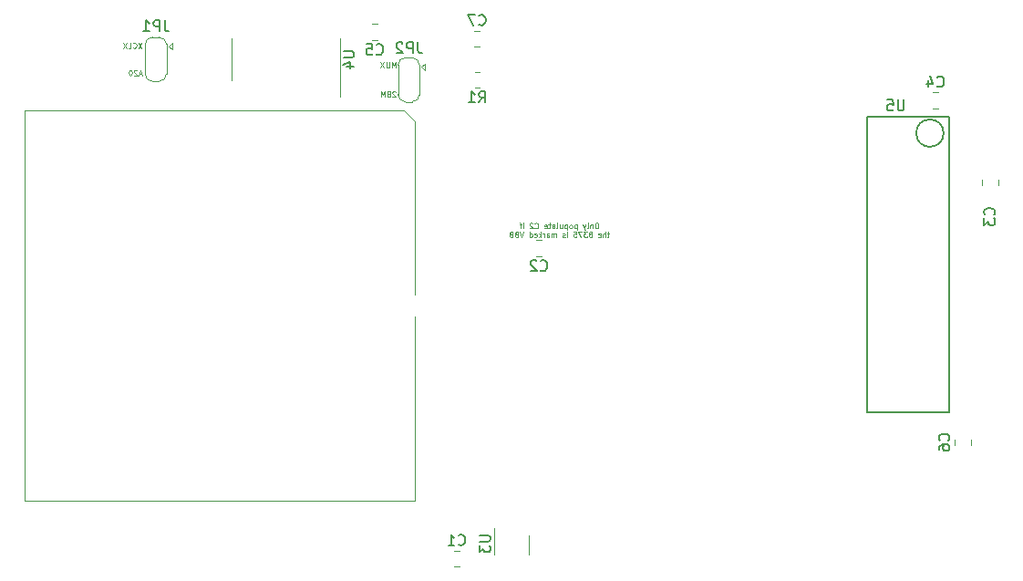
<source format=gbr>
G04 #@! TF.GenerationSoftware,KiCad,Pcbnew,5.99.0-1.20210607git4c293e0.fc34*
G04 #@! TF.CreationDate,2021-06-10T07:48:19+01:00*
G04 #@! TF.ProjectId,A500-2Meg,41353030-2d32-44d6-9567-2e6b69636164,rev?*
G04 #@! TF.SameCoordinates,Original*
G04 #@! TF.FileFunction,Legend,Bot*
G04 #@! TF.FilePolarity,Positive*
%FSLAX46Y46*%
G04 Gerber Fmt 4.6, Leading zero omitted, Abs format (unit mm)*
G04 Created by KiCad (PCBNEW 5.99.0-1.20210607git4c293e0.fc34) date 2021-06-10 07:48:19*
%MOMM*%
%LPD*%
G01*
G04 APERTURE LIST*
%ADD10C,0.100000*%
%ADD11C,0.150000*%
%ADD12C,0.120000*%
G04 APERTURE END LIST*
D10*
X147045714Y-44408690D02*
X146950476Y-44408690D01*
X146902857Y-44432500D01*
X146855238Y-44480119D01*
X146831428Y-44575357D01*
X146831428Y-44742023D01*
X146855238Y-44837261D01*
X146902857Y-44884880D01*
X146950476Y-44908690D01*
X147045714Y-44908690D01*
X147093333Y-44884880D01*
X147140952Y-44837261D01*
X147164761Y-44742023D01*
X147164761Y-44575357D01*
X147140952Y-44480119D01*
X147093333Y-44432500D01*
X147045714Y-44408690D01*
X146617142Y-44575357D02*
X146617142Y-44908690D01*
X146617142Y-44622976D02*
X146593333Y-44599166D01*
X146545714Y-44575357D01*
X146474285Y-44575357D01*
X146426666Y-44599166D01*
X146402857Y-44646785D01*
X146402857Y-44908690D01*
X146093333Y-44908690D02*
X146140952Y-44884880D01*
X146164761Y-44837261D01*
X146164761Y-44408690D01*
X145950476Y-44575357D02*
X145831428Y-44908690D01*
X145712380Y-44575357D02*
X145831428Y-44908690D01*
X145879047Y-45027738D01*
X145902857Y-45051547D01*
X145950476Y-45075357D01*
X145140952Y-44575357D02*
X145140952Y-45075357D01*
X145140952Y-44599166D02*
X145093333Y-44575357D01*
X144998095Y-44575357D01*
X144950476Y-44599166D01*
X144926666Y-44622976D01*
X144902857Y-44670595D01*
X144902857Y-44813452D01*
X144926666Y-44861071D01*
X144950476Y-44884880D01*
X144998095Y-44908690D01*
X145093333Y-44908690D01*
X145140952Y-44884880D01*
X144617142Y-44908690D02*
X144664761Y-44884880D01*
X144688571Y-44861071D01*
X144712380Y-44813452D01*
X144712380Y-44670595D01*
X144688571Y-44622976D01*
X144664761Y-44599166D01*
X144617142Y-44575357D01*
X144545714Y-44575357D01*
X144498095Y-44599166D01*
X144474285Y-44622976D01*
X144450476Y-44670595D01*
X144450476Y-44813452D01*
X144474285Y-44861071D01*
X144498095Y-44884880D01*
X144545714Y-44908690D01*
X144617142Y-44908690D01*
X144236190Y-44575357D02*
X144236190Y-45075357D01*
X144236190Y-44599166D02*
X144188571Y-44575357D01*
X144093333Y-44575357D01*
X144045714Y-44599166D01*
X144021904Y-44622976D01*
X143998095Y-44670595D01*
X143998095Y-44813452D01*
X144021904Y-44861071D01*
X144045714Y-44884880D01*
X144093333Y-44908690D01*
X144188571Y-44908690D01*
X144236190Y-44884880D01*
X143569523Y-44575357D02*
X143569523Y-44908690D01*
X143783809Y-44575357D02*
X143783809Y-44837261D01*
X143760000Y-44884880D01*
X143712380Y-44908690D01*
X143640952Y-44908690D01*
X143593333Y-44884880D01*
X143569523Y-44861071D01*
X143260000Y-44908690D02*
X143307619Y-44884880D01*
X143331428Y-44837261D01*
X143331428Y-44408690D01*
X142855238Y-44908690D02*
X142855238Y-44646785D01*
X142879047Y-44599166D01*
X142926666Y-44575357D01*
X143021904Y-44575357D01*
X143069523Y-44599166D01*
X142855238Y-44884880D02*
X142902857Y-44908690D01*
X143021904Y-44908690D01*
X143069523Y-44884880D01*
X143093333Y-44837261D01*
X143093333Y-44789642D01*
X143069523Y-44742023D01*
X143021904Y-44718214D01*
X142902857Y-44718214D01*
X142855238Y-44694404D01*
X142688571Y-44575357D02*
X142498095Y-44575357D01*
X142617142Y-44408690D02*
X142617142Y-44837261D01*
X142593333Y-44884880D01*
X142545714Y-44908690D01*
X142498095Y-44908690D01*
X142140952Y-44884880D02*
X142188571Y-44908690D01*
X142283809Y-44908690D01*
X142331428Y-44884880D01*
X142355238Y-44837261D01*
X142355238Y-44646785D01*
X142331428Y-44599166D01*
X142283809Y-44575357D01*
X142188571Y-44575357D01*
X142140952Y-44599166D01*
X142117142Y-44646785D01*
X142117142Y-44694404D01*
X142355238Y-44742023D01*
X141236190Y-44861071D02*
X141260000Y-44884880D01*
X141331428Y-44908690D01*
X141379047Y-44908690D01*
X141450476Y-44884880D01*
X141498095Y-44837261D01*
X141521904Y-44789642D01*
X141545714Y-44694404D01*
X141545714Y-44622976D01*
X141521904Y-44527738D01*
X141498095Y-44480119D01*
X141450476Y-44432500D01*
X141379047Y-44408690D01*
X141331428Y-44408690D01*
X141260000Y-44432500D01*
X141236190Y-44456309D01*
X141045714Y-44456309D02*
X141021904Y-44432500D01*
X140974285Y-44408690D01*
X140855238Y-44408690D01*
X140807619Y-44432500D01*
X140783809Y-44456309D01*
X140760000Y-44503928D01*
X140760000Y-44551547D01*
X140783809Y-44622976D01*
X141069523Y-44908690D01*
X140760000Y-44908690D01*
X140164761Y-44908690D02*
X140164761Y-44575357D01*
X140164761Y-44408690D02*
X140188571Y-44432500D01*
X140164761Y-44456309D01*
X140140952Y-44432500D01*
X140164761Y-44408690D01*
X140164761Y-44456309D01*
X139998095Y-44575357D02*
X139807619Y-44575357D01*
X139926666Y-44908690D02*
X139926666Y-44480119D01*
X139902857Y-44432500D01*
X139855238Y-44408690D01*
X139807619Y-44408690D01*
X148152857Y-45380357D02*
X147962380Y-45380357D01*
X148081428Y-45213690D02*
X148081428Y-45642261D01*
X148057619Y-45689880D01*
X148010000Y-45713690D01*
X147962380Y-45713690D01*
X147795714Y-45713690D02*
X147795714Y-45213690D01*
X147581428Y-45713690D02*
X147581428Y-45451785D01*
X147605238Y-45404166D01*
X147652857Y-45380357D01*
X147724285Y-45380357D01*
X147771904Y-45404166D01*
X147795714Y-45427976D01*
X147152857Y-45689880D02*
X147200476Y-45713690D01*
X147295714Y-45713690D01*
X147343333Y-45689880D01*
X147367142Y-45642261D01*
X147367142Y-45451785D01*
X147343333Y-45404166D01*
X147295714Y-45380357D01*
X147200476Y-45380357D01*
X147152857Y-45404166D01*
X147129047Y-45451785D01*
X147129047Y-45499404D01*
X147367142Y-45547023D01*
X146462380Y-45427976D02*
X146510000Y-45404166D01*
X146533809Y-45380357D01*
X146557619Y-45332738D01*
X146557619Y-45308928D01*
X146533809Y-45261309D01*
X146510000Y-45237500D01*
X146462380Y-45213690D01*
X146367142Y-45213690D01*
X146319523Y-45237500D01*
X146295714Y-45261309D01*
X146271904Y-45308928D01*
X146271904Y-45332738D01*
X146295714Y-45380357D01*
X146319523Y-45404166D01*
X146367142Y-45427976D01*
X146462380Y-45427976D01*
X146510000Y-45451785D01*
X146533809Y-45475595D01*
X146557619Y-45523214D01*
X146557619Y-45618452D01*
X146533809Y-45666071D01*
X146510000Y-45689880D01*
X146462380Y-45713690D01*
X146367142Y-45713690D01*
X146319523Y-45689880D01*
X146295714Y-45666071D01*
X146271904Y-45618452D01*
X146271904Y-45523214D01*
X146295714Y-45475595D01*
X146319523Y-45451785D01*
X146367142Y-45427976D01*
X146105238Y-45213690D02*
X145795714Y-45213690D01*
X145962380Y-45404166D01*
X145890952Y-45404166D01*
X145843333Y-45427976D01*
X145819523Y-45451785D01*
X145795714Y-45499404D01*
X145795714Y-45618452D01*
X145819523Y-45666071D01*
X145843333Y-45689880D01*
X145890952Y-45713690D01*
X146033809Y-45713690D01*
X146081428Y-45689880D01*
X146105238Y-45666071D01*
X145629047Y-45213690D02*
X145295714Y-45213690D01*
X145510000Y-45713690D01*
X144867142Y-45213690D02*
X145105238Y-45213690D01*
X145129047Y-45451785D01*
X145105238Y-45427976D01*
X145057619Y-45404166D01*
X144938571Y-45404166D01*
X144890952Y-45427976D01*
X144867142Y-45451785D01*
X144843333Y-45499404D01*
X144843333Y-45618452D01*
X144867142Y-45666071D01*
X144890952Y-45689880D01*
X144938571Y-45713690D01*
X145057619Y-45713690D01*
X145105238Y-45689880D01*
X145129047Y-45666071D01*
X144248095Y-45713690D02*
X144248095Y-45380357D01*
X144248095Y-45213690D02*
X144271904Y-45237500D01*
X144248095Y-45261309D01*
X144224285Y-45237500D01*
X144248095Y-45213690D01*
X144248095Y-45261309D01*
X144033809Y-45689880D02*
X143986190Y-45713690D01*
X143890952Y-45713690D01*
X143843333Y-45689880D01*
X143819523Y-45642261D01*
X143819523Y-45618452D01*
X143843333Y-45570833D01*
X143890952Y-45547023D01*
X143962380Y-45547023D01*
X144010000Y-45523214D01*
X144033809Y-45475595D01*
X144033809Y-45451785D01*
X144010000Y-45404166D01*
X143962380Y-45380357D01*
X143890952Y-45380357D01*
X143843333Y-45404166D01*
X143224285Y-45713690D02*
X143224285Y-45380357D01*
X143224285Y-45427976D02*
X143200476Y-45404166D01*
X143152857Y-45380357D01*
X143081428Y-45380357D01*
X143033809Y-45404166D01*
X143010000Y-45451785D01*
X143010000Y-45713690D01*
X143010000Y-45451785D02*
X142986190Y-45404166D01*
X142938571Y-45380357D01*
X142867142Y-45380357D01*
X142819523Y-45404166D01*
X142795714Y-45451785D01*
X142795714Y-45713690D01*
X142343333Y-45713690D02*
X142343333Y-45451785D01*
X142367142Y-45404166D01*
X142414761Y-45380357D01*
X142510000Y-45380357D01*
X142557619Y-45404166D01*
X142343333Y-45689880D02*
X142390952Y-45713690D01*
X142510000Y-45713690D01*
X142557619Y-45689880D01*
X142581428Y-45642261D01*
X142581428Y-45594642D01*
X142557619Y-45547023D01*
X142510000Y-45523214D01*
X142390952Y-45523214D01*
X142343333Y-45499404D01*
X142105238Y-45713690D02*
X142105238Y-45380357D01*
X142105238Y-45475595D02*
X142081428Y-45427976D01*
X142057619Y-45404166D01*
X142010000Y-45380357D01*
X141962380Y-45380357D01*
X141795714Y-45713690D02*
X141795714Y-45213690D01*
X141748095Y-45523214D02*
X141605238Y-45713690D01*
X141605238Y-45380357D02*
X141795714Y-45570833D01*
X141200476Y-45689880D02*
X141248095Y-45713690D01*
X141343333Y-45713690D01*
X141390952Y-45689880D01*
X141414761Y-45642261D01*
X141414761Y-45451785D01*
X141390952Y-45404166D01*
X141343333Y-45380357D01*
X141248095Y-45380357D01*
X141200476Y-45404166D01*
X141176666Y-45451785D01*
X141176666Y-45499404D01*
X141414761Y-45547023D01*
X140748095Y-45713690D02*
X140748095Y-45213690D01*
X140748095Y-45689880D02*
X140795714Y-45713690D01*
X140890952Y-45713690D01*
X140938571Y-45689880D01*
X140962380Y-45666071D01*
X140986190Y-45618452D01*
X140986190Y-45475595D01*
X140962380Y-45427976D01*
X140938571Y-45404166D01*
X140890952Y-45380357D01*
X140795714Y-45380357D01*
X140748095Y-45404166D01*
X140200476Y-45213690D02*
X140033809Y-45713690D01*
X139867142Y-45213690D01*
X139533809Y-45451785D02*
X139462380Y-45475595D01*
X139438571Y-45499404D01*
X139414761Y-45547023D01*
X139414761Y-45618452D01*
X139438571Y-45666071D01*
X139462380Y-45689880D01*
X139510000Y-45713690D01*
X139700476Y-45713690D01*
X139700476Y-45213690D01*
X139533809Y-45213690D01*
X139486190Y-45237500D01*
X139462380Y-45261309D01*
X139438571Y-45308928D01*
X139438571Y-45356547D01*
X139462380Y-45404166D01*
X139486190Y-45427976D01*
X139533809Y-45451785D01*
X139700476Y-45451785D01*
X139033809Y-45451785D02*
X138962380Y-45475595D01*
X138938571Y-45499404D01*
X138914761Y-45547023D01*
X138914761Y-45618452D01*
X138938571Y-45666071D01*
X138962380Y-45689880D01*
X139010000Y-45713690D01*
X139200476Y-45713690D01*
X139200476Y-45213690D01*
X139033809Y-45213690D01*
X138986190Y-45237500D01*
X138962380Y-45261309D01*
X138938571Y-45308928D01*
X138938571Y-45356547D01*
X138962380Y-45404166D01*
X138986190Y-45427976D01*
X139033809Y-45451785D01*
X139200476Y-45451785D01*
X104735238Y-30563333D02*
X104497142Y-30563333D01*
X104782857Y-30706190D02*
X104616190Y-30206190D01*
X104449523Y-30706190D01*
X104306666Y-30253809D02*
X104282857Y-30230000D01*
X104235238Y-30206190D01*
X104116190Y-30206190D01*
X104068571Y-30230000D01*
X104044761Y-30253809D01*
X104020952Y-30301428D01*
X104020952Y-30349047D01*
X104044761Y-30420476D01*
X104330476Y-30706190D01*
X104020952Y-30706190D01*
X103711428Y-30206190D02*
X103663809Y-30206190D01*
X103616190Y-30230000D01*
X103592380Y-30253809D01*
X103568571Y-30301428D01*
X103544761Y-30396666D01*
X103544761Y-30515714D01*
X103568571Y-30610952D01*
X103592380Y-30658571D01*
X103616190Y-30682380D01*
X103663809Y-30706190D01*
X103711428Y-30706190D01*
X103759047Y-30682380D01*
X103782857Y-30658571D01*
X103806666Y-30610952D01*
X103830476Y-30515714D01*
X103830476Y-30396666D01*
X103806666Y-30301428D01*
X103782857Y-30253809D01*
X103759047Y-30230000D01*
X103711428Y-30206190D01*
X128301666Y-32238809D02*
X128277857Y-32215000D01*
X128230238Y-32191190D01*
X128111190Y-32191190D01*
X128063571Y-32215000D01*
X128039761Y-32238809D01*
X128015952Y-32286428D01*
X128015952Y-32334047D01*
X128039761Y-32405476D01*
X128325476Y-32691190D01*
X128015952Y-32691190D01*
X127730238Y-32405476D02*
X127777857Y-32381666D01*
X127801666Y-32357857D01*
X127825476Y-32310238D01*
X127825476Y-32286428D01*
X127801666Y-32238809D01*
X127777857Y-32215000D01*
X127730238Y-32191190D01*
X127635000Y-32191190D01*
X127587380Y-32215000D01*
X127563571Y-32238809D01*
X127539761Y-32286428D01*
X127539761Y-32310238D01*
X127563571Y-32357857D01*
X127587380Y-32381666D01*
X127635000Y-32405476D01*
X127730238Y-32405476D01*
X127777857Y-32429285D01*
X127801666Y-32453095D01*
X127825476Y-32500714D01*
X127825476Y-32595952D01*
X127801666Y-32643571D01*
X127777857Y-32667380D01*
X127730238Y-32691190D01*
X127635000Y-32691190D01*
X127587380Y-32667380D01*
X127563571Y-32643571D01*
X127539761Y-32595952D01*
X127539761Y-32500714D01*
X127563571Y-32453095D01*
X127587380Y-32429285D01*
X127635000Y-32405476D01*
X127325476Y-32691190D02*
X127325476Y-32191190D01*
X127158809Y-32548333D01*
X126992142Y-32191190D01*
X126992142Y-32691190D01*
X104743142Y-27666190D02*
X104409809Y-28166190D01*
X104409809Y-27666190D02*
X104743142Y-28166190D01*
X103933619Y-28118571D02*
X103957428Y-28142380D01*
X104028857Y-28166190D01*
X104076476Y-28166190D01*
X104147904Y-28142380D01*
X104195523Y-28094761D01*
X104219333Y-28047142D01*
X104243142Y-27951904D01*
X104243142Y-27880476D01*
X104219333Y-27785238D01*
X104195523Y-27737619D01*
X104147904Y-27690000D01*
X104076476Y-27666190D01*
X104028857Y-27666190D01*
X103957428Y-27690000D01*
X103933619Y-27713809D01*
X103481238Y-28166190D02*
X103719333Y-28166190D01*
X103719333Y-27666190D01*
X103362190Y-27666190D02*
X103028857Y-28166190D01*
X103028857Y-27666190D02*
X103362190Y-28166190D01*
X128301666Y-29991190D02*
X128301666Y-29491190D01*
X128135000Y-29848333D01*
X127968333Y-29491190D01*
X127968333Y-29991190D01*
X127730238Y-29491190D02*
X127730238Y-29895952D01*
X127706428Y-29943571D01*
X127682619Y-29967380D01*
X127635000Y-29991190D01*
X127539761Y-29991190D01*
X127492142Y-29967380D01*
X127468333Y-29943571D01*
X127444523Y-29895952D01*
X127444523Y-29491190D01*
X127254047Y-29491190D02*
X126920714Y-29991190D01*
X126920714Y-29491190D02*
X127254047Y-29991190D01*
D11*
G04 #@! TO.C,C6*
X179652142Y-64603333D02*
X179699761Y-64555714D01*
X179747380Y-64412857D01*
X179747380Y-64317619D01*
X179699761Y-64174761D01*
X179604523Y-64079523D01*
X179509285Y-64031904D01*
X179318809Y-63984285D01*
X179175952Y-63984285D01*
X178985476Y-64031904D01*
X178890238Y-64079523D01*
X178795000Y-64174761D01*
X178747380Y-64317619D01*
X178747380Y-64412857D01*
X178795000Y-64555714D01*
X178842619Y-64603333D01*
X178747380Y-65460476D02*
X178747380Y-65270000D01*
X178795000Y-65174761D01*
X178842619Y-65127142D01*
X178985476Y-65031904D01*
X179175952Y-64984285D01*
X179556904Y-64984285D01*
X179652142Y-65031904D01*
X179699761Y-65079523D01*
X179747380Y-65174761D01*
X179747380Y-65365238D01*
X179699761Y-65460476D01*
X179652142Y-65508095D01*
X179556904Y-65555714D01*
X179318809Y-65555714D01*
X179223571Y-65508095D01*
X179175952Y-65460476D01*
X179128333Y-65365238D01*
X179128333Y-65174761D01*
X179175952Y-65079523D01*
X179223571Y-65031904D01*
X179318809Y-64984285D01*
G04 #@! TO.C,C5*
X126531666Y-28707142D02*
X126579285Y-28754761D01*
X126722142Y-28802380D01*
X126817380Y-28802380D01*
X126960238Y-28754761D01*
X127055476Y-28659523D01*
X127103095Y-28564285D01*
X127150714Y-28373809D01*
X127150714Y-28230952D01*
X127103095Y-28040476D01*
X127055476Y-27945238D01*
X126960238Y-27850000D01*
X126817380Y-27802380D01*
X126722142Y-27802380D01*
X126579285Y-27850000D01*
X126531666Y-27897619D01*
X125626904Y-27802380D02*
X126103095Y-27802380D01*
X126150714Y-28278571D01*
X126103095Y-28230952D01*
X126007857Y-28183333D01*
X125769761Y-28183333D01*
X125674523Y-28230952D01*
X125626904Y-28278571D01*
X125579285Y-28373809D01*
X125579285Y-28611904D01*
X125626904Y-28707142D01*
X125674523Y-28754761D01*
X125769761Y-28802380D01*
X126007857Y-28802380D01*
X126103095Y-28754761D01*
X126150714Y-28707142D01*
G04 #@! TO.C,C1*
X134151666Y-74242142D02*
X134199285Y-74289761D01*
X134342142Y-74337380D01*
X134437380Y-74337380D01*
X134580238Y-74289761D01*
X134675476Y-74194523D01*
X134723095Y-74099285D01*
X134770714Y-73908809D01*
X134770714Y-73765952D01*
X134723095Y-73575476D01*
X134675476Y-73480238D01*
X134580238Y-73385000D01*
X134437380Y-73337380D01*
X134342142Y-73337380D01*
X134199285Y-73385000D01*
X134151666Y-73432619D01*
X133199285Y-74337380D02*
X133770714Y-74337380D01*
X133485000Y-74337380D02*
X133485000Y-73337380D01*
X133580238Y-73480238D01*
X133675476Y-73575476D01*
X133770714Y-73623095D01*
G04 #@! TO.C,JP2*
X130373333Y-27646380D02*
X130373333Y-28360666D01*
X130420952Y-28503523D01*
X130516190Y-28598761D01*
X130659047Y-28646380D01*
X130754285Y-28646380D01*
X129897142Y-28646380D02*
X129897142Y-27646380D01*
X129516190Y-27646380D01*
X129420952Y-27694000D01*
X129373333Y-27741619D01*
X129325714Y-27836857D01*
X129325714Y-27979714D01*
X129373333Y-28074952D01*
X129420952Y-28122571D01*
X129516190Y-28170190D01*
X129897142Y-28170190D01*
X128944761Y-27741619D02*
X128897142Y-27694000D01*
X128801904Y-27646380D01*
X128563809Y-27646380D01*
X128468571Y-27694000D01*
X128420952Y-27741619D01*
X128373333Y-27836857D01*
X128373333Y-27932095D01*
X128420952Y-28074952D01*
X128992380Y-28646380D01*
X128373333Y-28646380D01*
G04 #@! TO.C,U4*
X123462380Y-28448095D02*
X124271904Y-28448095D01*
X124367142Y-28495714D01*
X124414761Y-28543333D01*
X124462380Y-28638571D01*
X124462380Y-28829047D01*
X124414761Y-28924285D01*
X124367142Y-28971904D01*
X124271904Y-29019523D01*
X123462380Y-29019523D01*
X123795714Y-29924285D02*
X124462380Y-29924285D01*
X123414761Y-29686190D02*
X124129047Y-29448095D01*
X124129047Y-30067142D01*
G04 #@! TO.C,JP1*
X106878333Y-25614380D02*
X106878333Y-26328666D01*
X106925952Y-26471523D01*
X107021190Y-26566761D01*
X107164047Y-26614380D01*
X107259285Y-26614380D01*
X106402142Y-26614380D02*
X106402142Y-25614380D01*
X106021190Y-25614380D01*
X105925952Y-25662000D01*
X105878333Y-25709619D01*
X105830714Y-25804857D01*
X105830714Y-25947714D01*
X105878333Y-26042952D01*
X105925952Y-26090571D01*
X106021190Y-26138190D01*
X106402142Y-26138190D01*
X104878333Y-26614380D02*
X105449761Y-26614380D01*
X105164047Y-26614380D02*
X105164047Y-25614380D01*
X105259285Y-25757238D01*
X105354523Y-25852476D01*
X105449761Y-25900095D01*
G04 #@! TO.C,U5*
X175513904Y-32980380D02*
X175513904Y-33789904D01*
X175466285Y-33885142D01*
X175418666Y-33932761D01*
X175323428Y-33980380D01*
X175132952Y-33980380D01*
X175037714Y-33932761D01*
X174990095Y-33885142D01*
X174942476Y-33789904D01*
X174942476Y-32980380D01*
X173990095Y-32980380D02*
X174466285Y-32980380D01*
X174513904Y-33456571D01*
X174466285Y-33408952D01*
X174371047Y-33361333D01*
X174132952Y-33361333D01*
X174037714Y-33408952D01*
X173990095Y-33456571D01*
X173942476Y-33551809D01*
X173942476Y-33789904D01*
X173990095Y-33885142D01*
X174037714Y-33932761D01*
X174132952Y-33980380D01*
X174371047Y-33980380D01*
X174466285Y-33932761D01*
X174513904Y-33885142D01*
G04 #@! TO.C,C3*
X183872142Y-43648333D02*
X183919761Y-43600714D01*
X183967380Y-43457857D01*
X183967380Y-43362619D01*
X183919761Y-43219761D01*
X183824523Y-43124523D01*
X183729285Y-43076904D01*
X183538809Y-43029285D01*
X183395952Y-43029285D01*
X183205476Y-43076904D01*
X183110238Y-43124523D01*
X183015000Y-43219761D01*
X182967380Y-43362619D01*
X182967380Y-43457857D01*
X183015000Y-43600714D01*
X183062619Y-43648333D01*
X182967380Y-43981666D02*
X182967380Y-44600714D01*
X183348333Y-44267380D01*
X183348333Y-44410238D01*
X183395952Y-44505476D01*
X183443571Y-44553095D01*
X183538809Y-44600714D01*
X183776904Y-44600714D01*
X183872142Y-44553095D01*
X183919761Y-44505476D01*
X183967380Y-44410238D01*
X183967380Y-44124523D01*
X183919761Y-44029285D01*
X183872142Y-43981666D01*
G04 #@! TO.C,C7*
X136056666Y-25982142D02*
X136104285Y-26029761D01*
X136247142Y-26077380D01*
X136342380Y-26077380D01*
X136485238Y-26029761D01*
X136580476Y-25934523D01*
X136628095Y-25839285D01*
X136675714Y-25648809D01*
X136675714Y-25505952D01*
X136628095Y-25315476D01*
X136580476Y-25220238D01*
X136485238Y-25125000D01*
X136342380Y-25077380D01*
X136247142Y-25077380D01*
X136104285Y-25125000D01*
X136056666Y-25172619D01*
X135723333Y-25077380D02*
X135056666Y-25077380D01*
X135485238Y-26077380D01*
G04 #@! TO.C,R1*
X136056666Y-33217380D02*
X136390000Y-32741190D01*
X136628095Y-33217380D02*
X136628095Y-32217380D01*
X136247142Y-32217380D01*
X136151904Y-32265000D01*
X136104285Y-32312619D01*
X136056666Y-32407857D01*
X136056666Y-32550714D01*
X136104285Y-32645952D01*
X136151904Y-32693571D01*
X136247142Y-32741190D01*
X136628095Y-32741190D01*
X135104285Y-33217380D02*
X135675714Y-33217380D01*
X135390000Y-33217380D02*
X135390000Y-32217380D01*
X135485238Y-32360238D01*
X135580476Y-32455476D01*
X135675714Y-32503095D01*
G04 #@! TO.C,U3*
X136104380Y-73406095D02*
X136913904Y-73406095D01*
X137009142Y-73453714D01*
X137056761Y-73501333D01*
X137104380Y-73596571D01*
X137104380Y-73787047D01*
X137056761Y-73882285D01*
X137009142Y-73929904D01*
X136913904Y-73977523D01*
X136104380Y-73977523D01*
X136104380Y-74358476D02*
X136104380Y-74977523D01*
X136485333Y-74644190D01*
X136485333Y-74787047D01*
X136532952Y-74882285D01*
X136580571Y-74929904D01*
X136675809Y-74977523D01*
X136913904Y-74977523D01*
X137009142Y-74929904D01*
X137056761Y-74882285D01*
X137104380Y-74787047D01*
X137104380Y-74501333D01*
X137056761Y-74406095D01*
X137009142Y-74358476D01*
G04 #@! TO.C,C2*
X141771666Y-48773142D02*
X141819285Y-48820761D01*
X141962142Y-48868380D01*
X142057380Y-48868380D01*
X142200238Y-48820761D01*
X142295476Y-48725523D01*
X142343095Y-48630285D01*
X142390714Y-48439809D01*
X142390714Y-48296952D01*
X142343095Y-48106476D01*
X142295476Y-48011238D01*
X142200238Y-47916000D01*
X142057380Y-47868380D01*
X141962142Y-47868380D01*
X141819285Y-47916000D01*
X141771666Y-47963619D01*
X141390714Y-47963619D02*
X141343095Y-47916000D01*
X141247857Y-47868380D01*
X141009761Y-47868380D01*
X140914523Y-47916000D01*
X140866904Y-47963619D01*
X140819285Y-48058857D01*
X140819285Y-48154095D01*
X140866904Y-48296952D01*
X141438333Y-48868380D01*
X140819285Y-48868380D01*
G04 #@! TO.C,C4*
X178601666Y-31697142D02*
X178649285Y-31744761D01*
X178792142Y-31792380D01*
X178887380Y-31792380D01*
X179030238Y-31744761D01*
X179125476Y-31649523D01*
X179173095Y-31554285D01*
X179220714Y-31363809D01*
X179220714Y-31220952D01*
X179173095Y-31030476D01*
X179125476Y-30935238D01*
X179030238Y-30840000D01*
X178887380Y-30792380D01*
X178792142Y-30792380D01*
X178649285Y-30840000D01*
X178601666Y-30887619D01*
X177744523Y-31125714D02*
X177744523Y-31792380D01*
X177982619Y-30744761D02*
X178220714Y-31459047D01*
X177601666Y-31459047D01*
D12*
G04 #@! TO.C,U1*
X129124000Y-33945000D02*
X93904000Y-33945000D01*
X130124000Y-70195000D02*
X130124000Y-53070000D01*
X93904000Y-70195000D02*
X130124000Y-70195000D01*
X93904000Y-33945000D02*
X93904000Y-70195000D01*
X130124000Y-51070000D02*
X130124000Y-34945000D01*
X130124000Y-34945000D02*
X129124000Y-33945000D01*
G04 #@! TO.C,C6*
X180240000Y-64508748D02*
X180240000Y-65031252D01*
X181710000Y-64508748D02*
X181710000Y-65031252D01*
G04 #@! TO.C,C5*
X126103748Y-25935000D02*
X126626252Y-25935000D01*
X126103748Y-27405000D02*
X126626252Y-27405000D01*
G04 #@! TO.C,C1*
X134246252Y-74830000D02*
X133723748Y-74830000D01*
X134246252Y-76300000D02*
X133723748Y-76300000D01*
G04 #@! TO.C,JP2*
X128540000Y-29715000D02*
X128540000Y-32515000D01*
X130540000Y-32515000D02*
X130540000Y-29715000D01*
X129840000Y-29065000D02*
X129240000Y-29065000D01*
X130740000Y-29915000D02*
X131040000Y-30215000D01*
X130740000Y-29915000D02*
X131040000Y-29615000D01*
X129240000Y-33165000D02*
X129840000Y-33165000D01*
X131040000Y-29615000D02*
X131040000Y-30215000D01*
X130540000Y-29765000D02*
G75*
G03*
X129840000Y-29065000I-700000J0D01*
G01*
X128540000Y-32465000D02*
G75*
G03*
X129240000Y-33165000I700000J0D01*
G01*
X129840000Y-33165000D02*
G75*
G03*
X130540000Y-32465000I0J700000D01*
G01*
X129240000Y-29065000D02*
G75*
G03*
X128540000Y-29765000I0J-700000D01*
G01*
G04 #@! TO.C,U4*
X113050000Y-29210000D02*
X113050000Y-27260000D01*
X113050000Y-29210000D02*
X113050000Y-31160000D01*
X123170000Y-29210000D02*
X123170000Y-32660000D01*
X123170000Y-29210000D02*
X123170000Y-27260000D01*
G04 #@! TO.C,JP1*
X105745000Y-31260000D02*
X106345000Y-31260000D01*
X106345000Y-27160000D02*
X105745000Y-27160000D01*
X105045000Y-27810000D02*
X105045000Y-30610000D01*
X107245000Y-28010000D02*
X107545000Y-28310000D01*
X107545000Y-27710000D02*
X107545000Y-28310000D01*
X107245000Y-28010000D02*
X107545000Y-27710000D01*
X107045000Y-30610000D02*
X107045000Y-27810000D01*
X106345000Y-31260000D02*
G75*
G03*
X107045000Y-30560000I0J700000D01*
G01*
X105045000Y-30560000D02*
G75*
G03*
X105745000Y-31260000I700000J0D01*
G01*
X105745000Y-27160000D02*
G75*
G03*
X105045000Y-27860000I0J-700000D01*
G01*
X107045000Y-27860000D02*
G75*
G03*
X106345000Y-27160000I-700000J0D01*
G01*
D11*
G04 #@! TO.C,U5*
X179705000Y-61976000D02*
X172085000Y-61976000D01*
X179705000Y-61976000D02*
X179705000Y-34544000D01*
X172085000Y-34544000D02*
X172085000Y-61976000D01*
X179705000Y-34544000D02*
X172085000Y-34544000D01*
X179197000Y-36068000D02*
G75*
G03*
X179197000Y-36068000I-1270000J0D01*
G01*
D12*
G04 #@! TO.C,C3*
X184250000Y-40901252D02*
X184250000Y-40378748D01*
X182780000Y-40901252D02*
X182780000Y-40378748D01*
G04 #@! TO.C,C7*
X136151252Y-26570000D02*
X135628748Y-26570000D01*
X136151252Y-28040000D02*
X135628748Y-28040000D01*
G04 #@! TO.C,R1*
X135662936Y-31850000D02*
X136117064Y-31850000D01*
X135662936Y-30380000D02*
X136117064Y-30380000D01*
G04 #@! TO.C,U3*
X137455000Y-75195000D02*
X137455000Y-72745000D01*
X140675000Y-73395000D02*
X140675000Y-75195000D01*
G04 #@! TO.C,C2*
X141343748Y-47471000D02*
X141866252Y-47471000D01*
X141343748Y-46001000D02*
X141866252Y-46001000D01*
G04 #@! TO.C,C4*
X178696252Y-33755000D02*
X178173748Y-33755000D01*
X178696252Y-32285000D02*
X178173748Y-32285000D01*
G04 #@! TD*
M02*

</source>
